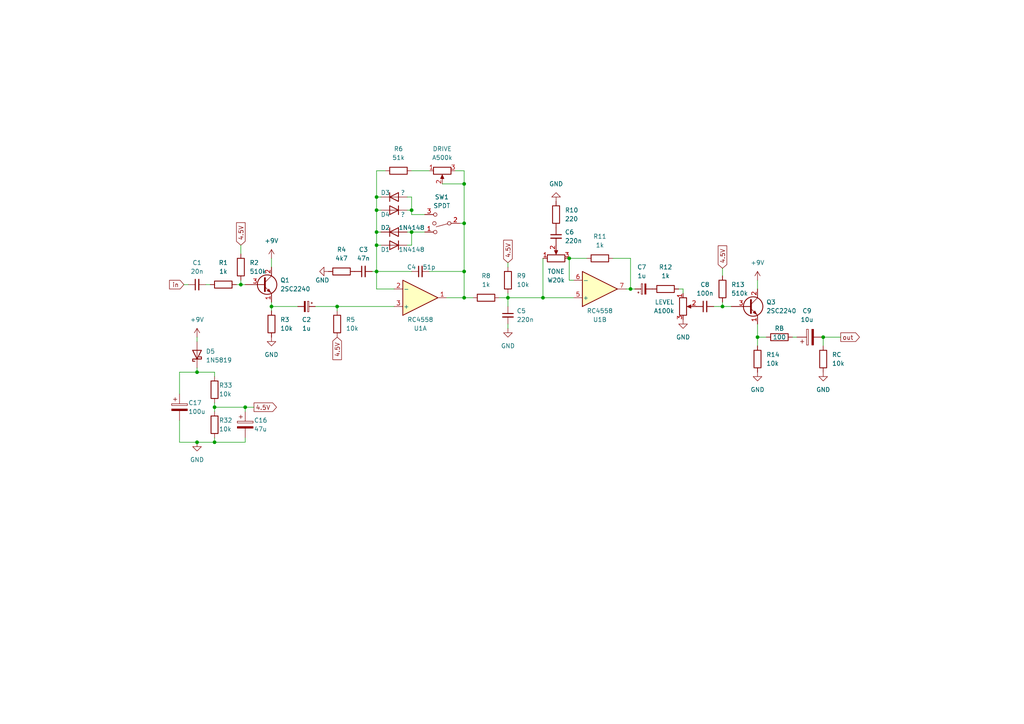
<source format=kicad_sch>
(kicad_sch (version 20230121) (generator eeschema)
  (paper "A4")
  (title_block (title "Ibanez Tube Screamer"))
  (lib_symbols
    (symbol "Amplifier_Operational:RC4558" (pin_names (offset 0.127))
      (property "Reference" "U" (at 0 5.08 0))
      (property "Value" "RC4558" (at 0 -5.08 0))
      (symbol "RC4558_1_1"
        (polyline (pts (xy -5.08 5.08) (xy 5.08 0) (xy -5.08 -5.08) (xy -5.08 5.08)) (stroke (width 0.254)) (fill (type background)))
        (pin output line (at 7.62 0 180) (length 2.54) (name "~") (number "1"))
        (pin input line (at -7.62 -2.54 0) (length 2.54) (name "-") (number "2"))
        (pin input line (at -7.62 2.54 0) (length 2.54) (name "+") (number "3"))
      )
      (symbol "RC4558_2_1"
        (polyline (pts (xy -5.08 5.08) (xy 5.08 0) (xy -5.08 -5.08) (xy -5.08 5.08)) (stroke (width 0.254)) (fill (type background)))
        (pin input line (at -7.62 2.54 0) (length 2.54) (name "+") (number "5"))
        (pin input line (at -7.62 -2.54 0) (length 2.54) (name "-") (number "6"))
        (pin output line (at 7.62 0 180) (length 2.54) (name "~") (number "7"))
      )
      (symbol "RC4558_3_1"
        (pin power_in line (at -2.54 -7.62 90) (length 3.81) (name "V-") (number "4"))
        (pin power_in line (at -2.54 7.62 270) (length 3.81) (name "V+") (number "8"))
      )
    )
    (symbol "Device:C_Polarized" (pin_numbers hide) (pin_names (offset 0.254))
      (property "Reference" "C" (at 0.635 2.54 0))
      (property "Value" "C_Polarized" (at 0.635 -2.54 0))
      (symbol "C_Polarized_0_1"
        (rectangle (start -2.286 0.508) (end 2.286 1.016))
        (polyline (pts (xy -1.778 2.286) (xy -0.762 2.286)))
        (polyline (pts (xy -1.27 2.794) (xy -1.27 1.778)))
        (rectangle (start 2.286 -0.508) (end -2.286 -1.016) (fill (type outline)))
      )
      (symbol "C_Polarized_1_1"
        (pin passive line (at 0 3.81 270) (length 2.794) (name "~") (number "1"))
        (pin passive line (at 0 -3.81 90) (length 2.794) (name "~") (number "2"))
      )
    )
    (symbol "Device:C_Polarized_Small" (pin_numbers hide) (pin_names (offset 0.254) hide)
      (property "Reference" "C" (at 0.254 1.778 0))
      (property "Value" "C_Polarized_Small" (at 0.254 -2.032 0))
      (symbol "C_Polarized_Small_0_1"
        (rectangle (start -1.524 -0.3048) (end 1.524 -0.6858) (fill (type outline)))
        (rectangle (start -1.524 0.6858) (end 1.524 0.3048))
        (polyline (pts (xy -1.27 1.524) (xy -0.762 1.524)))
        (polyline (pts (xy -1.016 1.27) (xy -1.016 1.778)))
      )
      (symbol "C_Polarized_Small_1_1"
        (pin passive line (at 0 2.54 270) (length 1.8542) (name "~") (number "1"))
        (pin passive line (at 0 -2.54 90) (length 1.8542) (name "~") (number "2"))
      )
    )
    (symbol "Device:C_Small" (pin_numbers hide) (pin_names (offset 0.254) hide)
      (property "Reference" "C" (at 0.254 1.778 0))
      (property "Value" "C_Small" (at 0.254 -2.032 0))
      (symbol "C_Small_0_1"
        (polyline (pts (xy -1.524 -0.508) (xy 1.524 -0.508)) (stroke (width 0.3302)))
        (polyline (pts (xy -1.524 0.508) (xy 1.524 0.508)) (stroke (width 0.3048)))
      )
      (symbol "C_Small_1_1"
        (pin passive line (at 0 2.54 270) (length 2.032) (name "~") (number "1"))
        (pin passive line (at 0 -2.54 90) (length 2.032) (name "~") (number "2"))
      )
    )
    (symbol "Device:D" (pin_numbers hide) (pin_names (offset 1.016) hide)
      (property "Reference" "D" (at 0 2.54 0))
      (property "Value" "D" (at 0 -2.54 0))
      (symbol "D_0_1"
        (polyline (pts (xy -1.27 1.27) (xy -1.27 -1.27)) (stroke (width 0.254)))
        (polyline (pts (xy 1.27 0) (xy -1.27 0)))
        (polyline (pts (xy 1.27 1.27) (xy 1.27 -1.27) (xy -1.27 0) (xy 1.27 1.27)) (stroke (width 0.254)))
      )
      (symbol "D_1_1"
        (pin passive line (at -3.81 0 0) (length 2.54) (name "K") (number "1"))
        (pin passive line (at 3.81 0 180) (length 2.54) (name "A") (number "2"))
      )
    )
    (symbol "Device:Q_NPN_ECB" (pin_names (offset 0) hide)
      (property "Reference" "Q" (at 5.08 1.27 0))
      (property "Value" "Q_NPN_ECB" (at 5.08 -1.27 0))
      (symbol "Q_NPN_ECB_0_1"
        (polyline (pts (xy 0.635 0.635) (xy 2.54 2.54)))
        (polyline (pts (xy 0.635 -0.635) (xy 2.54 -2.54) (xy 2.54 -2.54)))
        (polyline (pts (xy 0.635 1.905) (xy 0.635 -1.905) (xy 0.635 -1.905)) (stroke (width 0.508)))
        (polyline (pts (xy 1.27 -1.778) (xy 1.778 -1.27) (xy 2.286 -2.286) (xy 1.27 -1.778) (xy 1.27 -1.778)) (fill (type outline)))
        (circle (center 1.27 0) (radius 2.8194) (stroke (width 0.254)))
      )
      (symbol "Q_NPN_ECB_1_1"
        (pin passive line (at 2.54 -5.08 90) (length 2.54) (name "E") (number "1"))
        (pin passive line (at 2.54 5.08 270) (length 2.54) (name "C") (number "2"))
        (pin passive line (at -5.08 0 0) (length 5.715) (name "B") (number "3"))
      )
    )
    (symbol "Device:R" (pin_numbers hide) (pin_names (offset 0))
      (property "Reference" "R" (at 2.032 0 90))
      (property "Value" "R" (at 0 0 90))
      (symbol "R_0_1"
        (rectangle (start -1.016 -2.54) (end 1.016 2.54) (stroke (width 0.254)))
      )
      (symbol "R_1_1"
        (pin passive line (at 0 3.81 270) (length 1.27) (name "~") (number "1"))
        (pin passive line (at 0 -3.81 90) (length 1.27) (name "~") (number "2"))
      )
    )
    (symbol "Device:R_Potentiometer" (pin_names (offset 1.016) hide)
      (property "Reference" "RV" (at -4.445 0 90))
      (property "Value" "R_Potentiometer" (at -2.54 0 90))
      (symbol "R_Potentiometer_0_1"
        (polyline (pts (xy 2.54 0) (xy 1.524 0)))
        (polyline (pts (xy 1.143 0) (xy 2.286 0.508) (xy 2.286 -0.508) (xy 1.143 0)) (fill (type outline)))
        (rectangle (start 1.016 2.54) (end -1.016 -2.54) (stroke (width 0.254)))
      )
      (symbol "R_Potentiometer_1_1"
        (pin passive line (at 0 3.81 270) (length 1.27) (name "1") (number "1"))
        (pin passive line (at 3.81 0 180) (length 1.27) (name "2") (number "2"))
        (pin passive line (at 0 -3.81 90) (length 1.27) (name "3") (number "3"))
      )
    )
    (symbol "Diode:1N4148" (pin_numbers hide) (pin_names hide)
      (property "Reference" "D" (at 0 2.54 0))
      (property "Value" "1N4148" (at 0 -2.54 0))
      (symbol "1N4148_0_1"
        (polyline (pts (xy -1.27 1.27) (xy -1.27 -1.27)) (stroke (width 0.254)))
        (polyline (pts (xy 1.27 0) (xy -1.27 0)))
        (polyline (pts (xy 1.27 1.27) (xy 1.27 -1.27) (xy -1.27 0) (xy 1.27 1.27)) (stroke (width 0.254)))
      )
      (symbol "1N4148_1_1"
        (pin passive line (at -3.81 0 0) (length 2.54) (name "K") (number "1"))
        (pin passive line (at 3.81 0 180) (length 2.54) (name "A") (number "2"))
      )
    )
    (symbol "Diode:1N5819" (pin_numbers hide) (pin_names (offset 1.016) hide)
      (property "Reference" "D" (at 0 2.54 0))
      (property "Value" "1N5819" (at 0 -2.54 0))
      (symbol "1N5819_0_1"
        (polyline (pts (xy 1.27 0) (xy -1.27 0)))
        (polyline (pts (xy 1.27 1.27) (xy 1.27 -1.27) (xy -1.27 0) (xy 1.27 1.27)) (stroke (width 0.254)))
        (polyline (pts (xy -1.905 0.635) (xy -1.905 1.27) (xy -1.27 1.27) (xy -1.27 -1.27) (xy -0.635 -1.27) (xy -0.635 -0.635)) (stroke (width 0.254)))
      )
      (symbol "1N5819_1_1"
        (pin passive line (at -3.81 0 0) (length 2.54) (name "K") (number "1"))
        (pin passive line (at 3.81 0 180) (length 2.54) (name "A") (number "2"))
      )
    )
    (symbol "Switch:SW_SPDT_MSM" (pin_names (offset 0) hide)
      (property "Reference" "SW" (at 0 5.08 0))
      (property "Value" "SW_SPDT_MSM" (at 0 -5.08 0))
      (symbol "SW_SPDT_MSM_0_0"
        (circle (center -2.032 0) (radius 0.508))
        (polyline (pts (xy -1.524 0.127) (xy 1.778 1.016)))
        (circle (center 2.032 -2.54) (radius 0.508))
      )
      (symbol "SW_SPDT_MSM_0_1"
        (circle (center 2.032 2.54) (radius 0.508))
        (circle (center 2.286 0) (radius 0.508))
      )
      (symbol "SW_SPDT_MSM_1_1"
        (pin passive line (at 5.08 2.54 180) (length 2.54) (name "1") (number "1"))
        (pin passive line (at -5.08 0 0) (length 2.54) (name "2") (number "2"))
        (pin passive line (at 5.08 -2.54 180) (length 2.54) (name "3") (number "3"))
      )
    )
    (symbol "power:+9V" (power) (pin_names (offset 0))
      (property "Value" "+9V" (at 0 3.556 0))
      (symbol "+9V_0_1"
        (polyline (pts (xy -0.762 1.27) (xy 0 2.54)))
        (polyline (pts (xy 0 0) (xy 0 2.54)))
        (polyline (pts (xy 0 2.54) (xy 0.762 1.27)))
      )
      (symbol "+9V_1_1"
        (pin power_in line (at 0 0 90) (length 0) hide (name "+9V") (number "1"))
      )
    )
    (symbol "power:GND" (power) (pin_names (offset 0))
      (property "Value" "GND" (at 0 -3.81 0))
      (symbol "GND_0_1"
        (polyline (pts (xy 0 0) (xy 0 -1.27) (xy 1.27 -1.27) (xy 0 -2.54) (xy -1.27 -1.27) (xy 0 -1.27)))
      )
      (symbol "GND_1_1"
        (pin power_in line (at 0 0 270) (length 0) hide (name "GND") (number "1"))
      )
    )
  )
  (junction (at 134.62 64.77))
  (junction (at 182.88 83.82))
  (junction (at 57.15 128.27))
  (junction (at 97.79 88.9))
  (junction (at 109.22 78.74))
  (junction (at 71.12 118.11))
  (junction (at 134.62 78.74))
  (junction (at 147.32 86.36))
  (junction (at 165.1 74.93))
  (junction (at 57.15 107.95))
  (junction (at 62.23 128.27))
  (junction (at 109.22 57.15))
  (junction (at 157.48 86.36))
  (junction (at 78.74 88.9))
  (junction (at 238.76 97.79))
  (junction (at 109.22 71.12))
  (junction (at 134.62 53.34))
  (junction (at 134.62 86.36))
  (junction (at 119.38 60.96))
  (junction (at 69.85 82.55))
  (junction (at 109.22 60.96))
  (junction (at 209.55 88.9))
  (junction (at 109.22 67.31))
  (junction (at 62.23 118.11))
  (junction (at 119.38 67.31))
  (junction (at 219.71 97.79))
  (wire (pts (xy 62.23 116.84) (xy 62.23 118.11)))
  (wire (pts (xy 62.23 118.11) (xy 62.23 119.38)))
  (wire (pts (xy 57.15 99.06) (xy 57.15 97.79)))
  (wire (pts (xy 134.62 86.36) (xy 137.16 86.36)))
  (wire (pts (xy 109.22 60.96) (xy 109.22 67.31)))
  (wire (pts (xy 209.55 77.8296) (xy 209.55 80.01)))
  (wire (pts (xy 78.74 88.9) (xy 78.74 90.17)))
  (wire (pts (xy 71.12 118.11) (xy 71.12 119.38)))
  (wire (pts (xy 129.54 86.36) (xy 134.62 86.36)))
  (wire (pts (xy 219.71 97.79) (xy 219.71 93.98)))
  (wire (pts (xy 182.88 83.82) (xy 181.61 83.82)))
  (wire (pts (xy 109.22 78.74) (xy 119.38 78.74)))
  (wire (pts (xy 238.76 97.79) (xy 243.84 97.79)))
  (wire (pts (xy 71.12 118.11) (xy 73.66 118.11)))
  (wire (pts (xy 219.71 100.33) (xy 219.71 97.79)))
  (wire (pts (xy 147.32 86.36) (xy 157.48 86.36)))
  (wire (pts (xy 134.62 49.53) (xy 134.62 53.34)))
  (wire (pts (xy 52.07 114.3) (xy 52.07 107.95)))
  (wire (pts (xy 182.88 83.82) (xy 184.15 83.82)))
  (wire (pts (xy 71.12 127) (xy 71.12 128.27)))
  (wire (pts (xy 109.22 71.12) (xy 110.49 71.12)))
  (wire (pts (xy 69.85 71.12) (xy 69.85 73.66)))
  (wire (pts (xy 119.38 67.31) (xy 123.19 67.31)))
  (wire (pts (xy 109.22 71.12) (xy 109.22 78.74)))
  (wire (pts (xy 54.61 82.55) (xy 53.34 82.55)))
  (wire (pts (xy 110.49 67.31) (xy 109.22 67.31)))
  (wire (pts (xy 119.38 71.12) (xy 118.11 71.12)))
  (wire (pts (xy 110.49 60.96) (xy 109.22 60.96)))
  (wire (pts (xy 165.1 81.28) (xy 165.1 74.93)))
  (wire (pts (xy 134.62 78.74) (xy 134.62 86.36)))
  (wire (pts (xy 69.85 82.55) (xy 71.12 82.55)))
  (wire (pts (xy 198.12 83.82) (xy 198.12 85.09)))
  (wire (pts (xy 119.38 67.31) (xy 119.38 71.12)))
  (wire (pts (xy 209.55 88.9) (xy 212.09 88.9)))
  (wire (pts (xy 78.74 88.9) (xy 86.36 88.9)))
  (wire (pts (xy 111.76 49.53) (xy 109.22 49.53)))
  (wire (pts (xy 57.15 107.95) (xy 62.23 107.95)))
  (wire (pts (xy 52.07 128.27) (xy 52.07 121.92)))
  (wire (pts (xy 57.15 106.68) (xy 57.15 107.95)))
  (wire (pts (xy 209.55 88.9) (xy 207.01 88.9)))
  (wire (pts (xy 219.71 81.28) (xy 219.71 83.82)))
  (wire (pts (xy 147.32 86.36) (xy 147.32 88.9)))
  (wire (pts (xy 157.48 74.93) (xy 157.48 86.36)))
  (wire (pts (xy 107.95 78.74) (xy 109.22 78.74)))
  (wire (pts (xy 71.12 128.27) (xy 62.23 128.27)))
  (wire (pts (xy 118.11 57.15) (xy 119.38 57.15)))
  (wire (pts (xy 134.62 53.34) (xy 134.62 64.77)))
  (wire (pts (xy 57.15 128.27) (xy 62.23 128.27)))
  (wire (pts (xy 109.22 49.53) (xy 109.22 57.15)))
  (wire (pts (xy 109.22 57.15) (xy 110.49 57.15)))
  (wire (pts (xy 68.58 82.55) (xy 69.85 82.55)))
  (wire (pts (xy 182.88 74.93) (xy 182.88 83.82)))
  (wire (pts (xy 144.78 86.36) (xy 147.32 86.36)))
  (wire (pts (xy 128.27 53.34) (xy 134.62 53.34)))
  (wire (pts (xy 219.71 97.79) (xy 222.25 97.79)))
  (wire (pts (xy 238.76 97.79) (xy 238.76 100.33)))
  (wire (pts (xy 147.32 95.25) (xy 147.32 93.98)))
  (wire (pts (xy 119.38 62.23) (xy 123.19 62.23)))
  (wire (pts (xy 119.38 49.53) (xy 124.46 49.53)))
  (wire (pts (xy 109.22 78.74) (xy 109.22 83.82)))
  (wire (pts (xy 147.32 76.2) (xy 147.32 77.47)))
  (wire (pts (xy 62.23 107.95) (xy 62.23 109.22)))
  (wire (pts (xy 231.14 97.79) (xy 229.87 97.79)))
  (wire (pts (xy 52.07 128.27) (xy 57.15 128.27)))
  (wire (pts (xy 119.38 60.96) (xy 118.11 60.96)))
  (wire (pts (xy 147.32 85.09) (xy 147.32 86.36)))
  (wire (pts (xy 78.74 74.93) (xy 78.74 77.47)))
  (wire (pts (xy 69.85 81.28) (xy 69.85 82.55)))
  (wire (pts (xy 119.38 57.15) (xy 119.38 60.96)))
  (wire (pts (xy 119.38 67.31) (xy 118.11 67.31)))
  (wire (pts (xy 62.23 128.27) (xy 62.23 127)))
  (wire (pts (xy 132.08 49.53) (xy 134.62 49.53)))
  (wire (pts (xy 209.55 87.63) (xy 209.55 88.9)))
  (wire (pts (xy 59.69 82.55) (xy 60.96 82.55)))
  (wire (pts (xy 91.44 88.9) (xy 97.79 88.9)))
  (wire (pts (xy 97.79 88.9) (xy 114.3 88.9)))
  (wire (pts (xy 97.79 88.9) (xy 97.79 90.17)))
  (wire (pts (xy 165.1 74.93) (xy 170.18 74.93)))
  (wire (pts (xy 124.46 78.74) (xy 134.62 78.74)))
  (wire (pts (xy 62.23 118.11) (xy 71.12 118.11)))
  (wire (pts (xy 119.38 62.23) (xy 119.38 60.96)))
  (wire (pts (xy 177.8 74.93) (xy 182.88 74.93)))
  (wire (pts (xy 78.74 87.63) (xy 78.74 88.9)))
  (wire (pts (xy 134.62 64.77) (xy 134.62 78.74)))
  (wire (pts (xy 134.62 64.77) (xy 133.35 64.77)))
  (wire (pts (xy 157.48 86.36) (xy 166.37 86.36)))
  (wire (pts (xy 109.22 60.96) (xy 109.22 57.15)))
  (wire (pts (xy 109.22 67.31) (xy 109.22 71.12)))
  (wire (pts (xy 166.37 81.28) (xy 165.1 81.28)))
  (wire (pts (xy 52.07 107.95) (xy 57.15 107.95)))
  (wire (pts (xy 196.85 83.82) (xy 198.12 83.82)))
  (wire (pts (xy 109.22 83.82) (xy 114.3 83.82)))
  (global_label "4.5V" (shape output) (at 73.66 118.11 0) (property "Intersheetrefs" "${INTERSHEET_REFS}" (effects hide)))
  (global_label "4.5V" (shape input) (at 147.32 76.2 90) (property "Intersheetrefs" "${INTERSHEET_REFS}" (effects hide)))
  (global_label "4.5V" (shape input) (at 69.85 71.12 90) (property "Intersheetrefs" "${INTERSHEET_REFS}" (effects hide)))
  (global_label "in" (shape input) (at 53.34 82.55 180) (property "Intersheetrefs" "${INTERSHEET_REFS}" (effects hide)))
  (global_label "4.5V" (shape input) (at 97.79 97.79 270) (property "Intersheetrefs" "${INTERSHEET_REFS}" (effects hide)))
  (global_label "4.5V" (shape input) (at 209.55 77.8296 90) (property "Intersheetrefs" "${INTERSHEET_REFS}" (effects hide)))
  (global_label "out" (shape output) (at 243.84 97.79 0) (property "Intersheetrefs" "${INTERSHEET_REFS}" (effects hide)))
  (symbol (lib_id "power:+9V") (at 219.71 81.28 0) (unit 1)
    (property "Reference" "#PWR?" (effects hide))
    (property "Value" "+9V" (at 219.71 76.2 0))
  )
  (symbol (lib_id "power:GND") (at 95.25 78.74 270) (unit 1)
    (property "Reference" "#PWR?" (effects hide))
    (property "Value" "GND" (at 91.44 81.28 90) (effects (justify left)))
  )
  (symbol (lib_id "Device:R") (at 78.74 93.98 0) (unit 1)
    (property "Reference" "R3" (at 81.28 92.7099 0) (effects (justify left)))
    (property "Value" "10k" (at 81.28 95.2499 0) (effects (justify left)))
  )
  (symbol (lib_id "Device:C_Small") (at 57.15 82.55 90) (unit 1)
    (property "Reference" "C1" (at 57.1563 76.2 90))
    (property "Value" "20n" (at 57.1563 78.74 90))
  )
  (symbol (lib_id "power:GND") (at 161.29 58.42 180) (unit 1)
    (property "Reference" "#PWR?" (effects hide))
    (property "Value" "GND" (at 161.29 53.34 0))
  )
  (symbol (lib_id "Device:D") (at 114.3 57.15 0) (unit 1)
    (property "Reference" "D3" (at 111.76 55.88 0))
    (property "Value" "?" (at 116.84 55.88 0))
    (property "Sim.Device" "D" (effects hide))
    (property "Sim.Pins" "1=K 2=A" (effects hide))
  )
  (symbol (lib_id "Device:C_Small") (at 105.41 78.74 90) (unit 1)
    (property "Reference" "C3" (at 105.41 72.39 90))
    (property "Value" "47n" (at 105.41 74.93 90))
  )
  (symbol (lib_id "Device:C_Polarized") (at 52.07 118.11 0) (unit 1)
    (property "Reference" "C17" (at 54.61 116.84 0) (effects (justify left)))
    (property "Value" "100u" (at 54.61 119.38 0) (effects (justify left)))
  )
  (symbol (lib_id "Device:Q_NPN_ECB") (at 217.17 88.9 0) (unit 1)
    (property "Reference" "Q3" (at 222.25 87.63 0) (effects (justify left)))
    (property "Value" "2SC2240" (at 222.25 90.17 0) (effects (justify left)))
  )
  (symbol (lib_id "Device:R_Potentiometer") (at 198.12 88.9 0) (unit 1)
    (property "Reference" "LEVEL" (at 195.58 87.63 0) (effects (justify right)))
    (property "Value" "A100k" (at 195.58 90.17 0) (effects (justify right)))
  )
  (symbol (lib_id "Diode:1N4148") (at 114.3 71.12 180) (unit 1)
    (property "Reference" "D1" (at 111.76 72.39 0))
    (property "Value" "1N4148" (at 119.38 72.39 0))
    (property "Footprint" "Diode_THT:D_DO-35_SOD27_P7.62mm_Horizontal" (effects hide))
    (property "Datasheet" "https://assets.nexperia.com/documents/data-sheet/1N4148_1N4448.pdf" (effects hide))
  )
  (symbol (lib_id "power:GND") (at 78.74 97.79 0) (unit 1)
    (property "Reference" "#PWR?" (effects hide))
    (property "Value" "GND" (at 78.74 102.87 0))
  )
  (symbol (lib_id "Diode:1N5819") (at 57.15 102.87 90) (unit 1)
    (property "Reference" "D5" (at 59.69 101.9175 90) (effects (justify right)))
    (property "Value" "1N5819" (at 59.69 104.4575 90) (effects (justify right)))
    (property "Footprint" "Diode_THT:D_DO-41_SOD81_P10.16mm_Horizontal" (effects hide))
    (property "Datasheet" "http://www.vishay.com/docs/88525/1n5817.pdf" (effects hide))
  )
  (symbol (lib_id "Device:R") (at 69.85 77.47 0) (unit 1)
    (property "Reference" "R2" (at 72.39 76.1999 0) (effects (justify left)))
    (property "Value" "510k" (at 72.39 78.7399 0) (effects (justify left)))
  )
  (symbol (lib_id "Amplifier_Operational:RC4558") (at 121.92 86.36 0) (mirror x) (unit 1)
    (property "Reference" "U1" (at 121.92 95.25 0))
    (property "Value" "RC4558" (at 121.92 92.71 0))
    (property "Datasheet" "http://www.ti.com/lit/ds/symlink/rc4558.pdf" (effects hide))
  )
  (symbol (lib_id "Device:R") (at 147.32 81.28 0) (unit 1)
    (property "Reference" "R9" (at 149.86 80.01 0) (effects (justify left)))
    (property "Value" "10k" (at 149.86 82.55 0) (effects (justify left)))
  )
  (symbol (lib_id "Device:Q_NPN_ECB") (at 76.2 82.55 0) (unit 1)
    (property "Reference" "Q1" (at 81.28 81.2799 0) (effects (justify left)))
    (property "Value" "2SC2240" (at 81.28 83.8199 0) (effects (justify left)))
  )
  (symbol (lib_id "Device:R") (at 64.77 82.55 90) (unit 1)
    (property "Reference" "R1" (at 64.77 76.2 90))
    (property "Value" "1k" (at 64.77 78.74 90))
  )
  (symbol (lib_id "Device:C_Small") (at 161.29 68.58 0) (unit 1)
    (property "Reference" "C6" (at 163.83 67.3162 0) (effects (justify left)))
    (property "Value" "220n" (at 163.83 69.8562 0) (effects (justify left)))
  )
  (symbol (lib_id "Device:C_Polarized") (at 234.95 97.79 90) (unit 1)
    (property "Reference" "C9" (at 234.061 90.17 90))
    (property "Value" "10u" (at 234.061 92.71 90))
  )
  (symbol (lib_id "Device:R") (at 238.76 104.14 0) (unit 1)
    (property "Reference" "RC" (at 241.3 102.8699 0) (effects (justify left)))
    (property "Value" "10k" (at 241.3 105.4099 0) (effects (justify left)))
  )
  (symbol (lib_id "Device:R_Potentiometer") (at 128.27 49.53 90) (mirror x) (unit 1)
    (property "Reference" "DRIVE" (at 128.27 43.18 90))
    (property "Value" "A500k" (at 128.27 45.72 90))
  )
  (symbol (lib_id "Diode:1N4148") (at 114.3 67.31 0) (unit 1)
    (property "Reference" "D2" (at 111.76 66.04 0))
    (property "Value" "1N4148" (at 119.38 66.04 0))
    (property "Footprint" "Diode_THT:D_DO-35_SOD27_P7.62mm_Horizontal" (effects hide))
    (property "Datasheet" "https://assets.nexperia.com/documents/data-sheet/1N4148_1N4448.pdf" (effects hide))
  )
  (symbol (lib_id "Switch:SW_SPDT_MSM") (at 128.27 64.77 180) (unit 1)
    (property "Reference" "SW1" (at 128.143 57.15 0))
    (property "Value" "SPDT" (at 128.143 59.69 0))
  )
  (symbol (lib_id "Device:C_Small") (at 147.32 91.44 0) (unit 1)
    (property "Reference" "C5" (at 149.86 90.1762 0) (effects (justify left)))
    (property "Value" "220n" (at 149.86 92.7162 0) (effects (justify left)))
  )
  (symbol (lib_id "power:+9V") (at 78.74 74.93 0) (unit 1)
    (property "Reference" "#PWR?" (effects hide))
    (property "Value" "+9V" (at 78.74 69.85 0))
  )
  (symbol (lib_id "Device:C_Polarized_Small") (at 88.9 88.9 270) (unit 1)
    (property "Reference" "C2" (at 88.9 92.71 90))
    (property "Value" "1u" (at 88.9 95.25 90))
  )
  (symbol (lib_id "Device:R") (at 209.55 83.82 0) (unit 1)
    (property "Reference" "R13" (at 212.09 82.55 0) (effects (justify left)))
    (property "Value" "510k" (at 212.09 85.09 0) (effects (justify left)))
  )
  (symbol (lib_id "Device:R") (at 226.06 97.79 90) (unit 1)
    (property "Reference" "RB" (at 226.06 95.25 90))
    (property "Value" "100" (at 226.06 97.79 90))
  )
  (symbol (lib_id "Amplifier_Operational:RC4558") (at 173.99 83.82 0) (mirror x) (unit 2)
    (property "Reference" "U1" (at 173.99 92.71 0))
    (property "Value" "RC4558" (at 173.99 90.17 0))
    (property "Datasheet" "http://www.ti.com/lit/ds/symlink/rc4558.pdf" (effects hide))
  )
  (symbol (lib_id "Device:R") (at 173.99 74.93 90) (unit 1)
    (property "Reference" "R11" (at 173.99 68.58 90))
    (property "Value" "1k" (at 173.99 71.12 90))
  )
  (symbol (lib_id "power:GND") (at 238.76 107.95 0) (unit 1)
    (property "Reference" "#PWR?" (effects hide))
    (property "Value" "GND" (at 238.76 113.03 0))
  )
  (symbol (lib_id "Device:C_Polarized_Small") (at 186.69 83.82 90) (unit 1)
    (property "Reference" "C7" (at 186.1439 77.47 90))
    (property "Value" "1u" (at 186.1439 80.01 90))
  )
  (symbol (lib_id "power:+9V") (at 57.15 97.79 0) (unit 1)
    (property "Reference" "#PWR?" (effects hide))
    (property "Value" "+9V" (at 57.15 92.71 0))
  )
  (symbol (lib_id "Device:R") (at 62.23 123.19 0) (unit 1)
    (property "Reference" "R32" (at 63.5 121.92 0) (effects (justify left)))
    (property "Value" "10k" (at 63.5 124.46 0) (effects (justify left)))
  )
  (symbol (lib_id "Device:R") (at 161.29 62.23 180) (unit 1)
    (property "Reference" "R10" (at 163.83 60.96 0) (effects (justify right)))
    (property "Value" "220" (at 163.83 63.5 0) (effects (justify right)))
  )
  (symbol (lib_id "power:GND") (at 219.71 107.95 0) (unit 1)
    (property "Reference" "#PWR?" (effects hide))
    (property "Value" "GND" (at 219.71 113.03 0))
  )
  (symbol (lib_id "power:GND") (at 198.12 92.71 0) (unit 1)
    (property "Reference" "#PWR?" (effects hide))
    (property "Value" "GND" (at 198.12 97.79 0))
  )
  (symbol (lib_id "Device:C_Small") (at 204.47 88.9 90) (unit 1)
    (property "Reference" "C8" (at 204.4763 82.55 90))
    (property "Value" "100n" (at 204.4763 85.09 90))
  )
  (symbol (lib_id "power:GND") (at 147.32 95.25 0) (unit 1)
    (property "Reference" "#PWR?" (effects hide))
    (property "Value" "GND" (at 147.32 100.33 0))
  )
  (symbol (lib_id "Device:R") (at 193.04 83.82 90) (unit 1)
    (property "Reference" "R12" (at 193.04 77.47 90))
    (property "Value" "1k" (at 193.04 80.01 90))
  )
  (symbol (lib_id "Device:R") (at 62.23 113.03 0) (unit 1)
    (property "Reference" "R33" (at 63.5 111.76 0) (effects (justify left)))
    (property "Value" "10k" (at 63.5 114.3 0) (effects (justify left)))
  )
  (symbol (lib_id "Device:R") (at 99.06 78.74 90) (unit 1)
    (property "Reference" "R4" (at 99.06 72.39 90))
    (property "Value" "4k7" (at 99.06 74.93 90))
  )
  (symbol (lib_id "Device:C_Polarized") (at 71.12 123.19 0) (unit 1)
    (property "Reference" "C16" (at 73.66 121.92 0) (effects (justify left)))
    (property "Value" "47u" (at 73.66 124.46 0) (effects (justify left)))
  )
  (symbol (lib_id "Device:R") (at 115.57 49.53 90) (unit 1)
    (property "Reference" "R6" (at 115.57 43.18 90))
    (property "Value" "51k" (at 115.57 45.72 90))
  )
  (symbol (lib_id "Device:C_Small") (at 121.92 78.74 90) (unit 1)
    (property "Reference" "C4" (at 119.38 77.47 90))
    (property "Value" "51p" (at 124.46 77.47 90))
  )
  (symbol (lib_id "Device:R") (at 140.97 86.36 90) (unit 1)
    (property "Reference" "R8" (at 140.97 80.01 90))
    (property "Value" "1k" (at 140.97 82.55 90))
  )
  (symbol (lib_id "Device:D") (at 114.3 60.96 180) (unit 1)
    (property "Reference" "D4" (at 111.76 62.23 0))
    (property "Value" "?" (at 116.84 62.23 0))
    (property "Sim.Device" "D" (effects hide))
    (property "Sim.Pins" "1=K 2=A" (effects hide))
  )
  (symbol (lib_id "power:GND") (at 57.15 128.27 0) (unit 1)
    (property "Reference" "#PWR?" (effects hide))
    (property "Value" "GND" (at 57.15 133.35 0))
  )
  (symbol (lib_id "Device:R") (at 97.79 93.98 0) (unit 1)
    (property "Reference" "R5" (at 100.33 92.7099 0) (effects (justify left)))
    (property "Value" "10k" (at 100.33 95.2499 0) (effects (justify left)))
  )
  (symbol (lib_id "Device:R") (at 219.71 104.14 0) (unit 1)
    (property "Reference" "R14" (at 222.25 102.87 0) (effects (justify left)))
    (property "Value" "10k" (at 222.25 105.41 0) (effects (justify left)))
  )
  (symbol (lib_id "Device:R_Potentiometer") (at 161.29 74.93 90) (unit 1)
    (property "Reference" "TONE" (at 161.29 78.74 90))
    (property "Value" "W20k" (at 161.29 81.28 90))
  )
)
</source>
